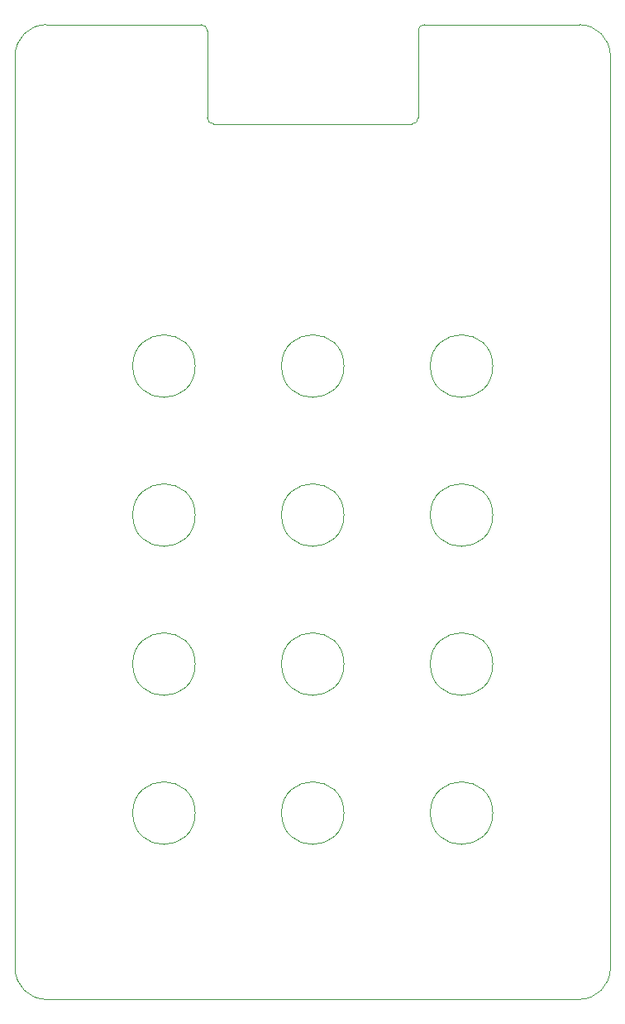
<source format=gm1>
%TF.GenerationSoftware,KiCad,Pcbnew,(5.1.8)-1*%
%TF.CreationDate,2021-03-12T15:10:12+01:00*%
%TF.ProjectId,A2600 Faceplate Basic,41323630-3020-4466-9163-65706c617465,rev?*%
%TF.SameCoordinates,Original*%
%TF.FileFunction,Profile,NP*%
%FSLAX46Y46*%
G04 Gerber Fmt 4.6, Leading zero omitted, Abs format (unit mm)*
G04 Created by KiCad (PCBNEW (5.1.8)-1) date 2021-03-12 15:10:12*
%MOMM*%
%LPD*%
G01*
G04 APERTURE LIST*
%TA.AperFunction,Profile*%
%ADD10C,0.050000*%
%TD*%
G04 APERTURE END LIST*
D10*
X140360000Y-120650000D02*
G75*
G03*
X140360000Y-120650000I-3200000J0D01*
G01*
X155600000Y-120650000D02*
G75*
G03*
X155600000Y-120650000I-3200000J0D01*
G01*
X170840000Y-120650000D02*
G75*
G03*
X170840000Y-120650000I-3200000J0D01*
G01*
X170840000Y-105410000D02*
G75*
G03*
X170840000Y-105410000I-3200000J0D01*
G01*
X155600000Y-105410000D02*
G75*
G03*
X155600000Y-105410000I-3200000J0D01*
G01*
X140360000Y-105410000D02*
G75*
G03*
X140360000Y-105410000I-3200000J0D01*
G01*
X140360000Y-90170000D02*
G75*
G03*
X140360000Y-90170000I-3200000J0D01*
G01*
X155600000Y-90170000D02*
G75*
G03*
X155600000Y-90170000I-3200000J0D01*
G01*
X170840000Y-90170000D02*
G75*
G03*
X170840000Y-90170000I-3200000J0D01*
G01*
X170840000Y-74930000D02*
G75*
G03*
X170840000Y-74930000I-3200000J0D01*
G01*
X155600000Y-74930000D02*
G75*
G03*
X155600000Y-74930000I-3200000J0D01*
G01*
X140360000Y-74930000D02*
G75*
G03*
X140360000Y-74930000I-3200000J0D01*
G01*
X163830000Y-40005000D02*
X179705000Y-40005000D01*
X142240000Y-50165000D02*
G75*
G02*
X141605000Y-49530000I0J635000D01*
G01*
X140970000Y-40005000D02*
G75*
G02*
X141605000Y-40640000I0J-635000D01*
G01*
X163195000Y-40640000D02*
G75*
G02*
X163830000Y-40005000I635000J0D01*
G01*
X163195000Y-49530000D02*
G75*
G02*
X162560000Y-50165000I-635000J0D01*
G01*
X141605000Y-49530000D02*
X141605000Y-40640000D01*
X162560000Y-50165000D02*
X142240000Y-50165000D01*
X163195000Y-49530000D02*
X163195000Y-40640000D01*
X125095000Y-139700000D02*
X179705000Y-139700000D01*
X121920000Y-43180000D02*
X121920000Y-136525000D01*
X140970000Y-40005000D02*
X125095000Y-40005000D01*
X182880000Y-43180000D02*
X182880000Y-136525000D01*
X182880000Y-136525000D02*
G75*
G02*
X179705000Y-139700000I-3175000J0D01*
G01*
X125095000Y-139700000D02*
G75*
G02*
X121920000Y-136525000I0J3175000D01*
G01*
X121920000Y-43180000D02*
G75*
G02*
X125095000Y-40005000I3175000J0D01*
G01*
X179705000Y-40005000D02*
G75*
G02*
X182880000Y-43180000I0J-3175000D01*
G01*
M02*

</source>
